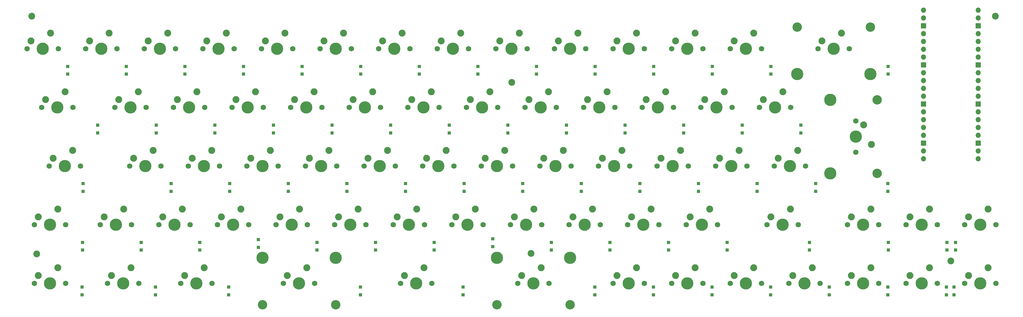
<source format=gbr>
G04 #@! TF.GenerationSoftware,KiCad,Pcbnew,(5.1.9)-1*
G04 #@! TF.CreationDate,2021-05-27T03:15:51+01:00*
G04 #@! TF.ProjectId,EnvKB65,456e764b-4236-4352-9e6b-696361645f70,rev?*
G04 #@! TF.SameCoordinates,Original*
G04 #@! TF.FileFunction,Soldermask,Bot*
G04 #@! TF.FilePolarity,Negative*
%FSLAX46Y46*%
G04 Gerber Fmt 4.6, Leading zero omitted, Abs format (unit mm)*
G04 Created by KiCad (PCBNEW (5.1.9)-1) date 2021-05-27 03:15:51*
%MOMM*%
%LPD*%
G01*
G04 APERTURE LIST*
%ADD10R,1.000000X1.000000*%
%ADD11C,2.200000*%
%ADD12O,1.700000X1.700000*%
%ADD13R,1.700000X1.700000*%
%ADD14C,2.250000*%
%ADD15C,3.987800*%
%ADD16C,1.750000*%
%ADD17C,3.048000*%
G04 APERTURE END LIST*
D10*
X368750000Y-188959120D03*
X368750000Y-191459120D03*
X366334200Y-188959120D03*
X366334200Y-191459120D03*
X347284200Y-188959120D03*
X347284200Y-191459120D03*
X328234200Y-188959120D03*
X328234200Y-191459120D03*
X309184200Y-188959120D03*
X309184200Y-191459120D03*
X290134200Y-188959120D03*
X290134200Y-191459120D03*
X271084200Y-188959120D03*
X271084200Y-191459120D03*
X252034200Y-188959120D03*
X252034200Y-191459120D03*
X209171700Y-188959120D03*
X209171700Y-191459120D03*
X175834200Y-188959120D03*
X175834200Y-191459120D03*
X132971700Y-188959120D03*
X132971700Y-191459120D03*
X109159200Y-188959120D03*
X109159200Y-191459120D03*
X85346700Y-188959120D03*
X85346700Y-191459120D03*
X369250000Y-174434120D03*
X369250000Y-176934120D03*
X366484200Y-174434120D03*
X366484200Y-176934120D03*
X347434200Y-174434120D03*
X347434200Y-176934120D03*
X321784200Y-174434120D03*
X321784200Y-176934120D03*
X295046700Y-174434120D03*
X295046700Y-176934120D03*
X275996700Y-174434120D03*
X275996700Y-176934120D03*
X256946700Y-174434120D03*
X256946700Y-176934120D03*
X237896700Y-174434120D03*
X237896700Y-176934120D03*
X218846700Y-173300000D03*
X218846700Y-175800000D03*
X199796700Y-174434120D03*
X199796700Y-176934120D03*
X180746700Y-174434120D03*
X180746700Y-176934120D03*
X161696700Y-174434120D03*
X161696700Y-176934120D03*
X142646700Y-173525000D03*
X142646700Y-176025000D03*
X123596700Y-174434120D03*
X123596700Y-176934120D03*
X104546700Y-174434120D03*
X104546700Y-176934120D03*
X85496700Y-174434120D03*
X85496700Y-176934120D03*
X323771700Y-155359120D03*
X323771700Y-157859120D03*
X304721700Y-155359120D03*
X304721700Y-157859120D03*
X285671700Y-155359120D03*
X285671700Y-157859120D03*
X266621700Y-155359120D03*
X266621700Y-157859120D03*
X247571700Y-155359120D03*
X247571700Y-157859120D03*
X228521700Y-155359120D03*
X228521700Y-157859120D03*
X209471700Y-155359120D03*
X209471700Y-157859120D03*
X190421700Y-155359120D03*
X190421700Y-157859120D03*
X171371700Y-155359120D03*
X171371700Y-157859120D03*
X152321700Y-155359120D03*
X152321700Y-157859120D03*
X133271700Y-155359120D03*
X133271700Y-157859120D03*
X114221700Y-155359120D03*
X114221700Y-157859120D03*
X85646700Y-155359120D03*
X85646700Y-157859120D03*
X347234200Y-155334120D03*
X347234200Y-157834120D03*
X318959200Y-136384120D03*
X318959200Y-138884120D03*
X299909200Y-136384120D03*
X299909200Y-138884120D03*
X280859200Y-136384120D03*
X280859200Y-138884120D03*
X261809200Y-136384120D03*
X261809200Y-138884120D03*
X242759200Y-136384120D03*
X242759200Y-138884120D03*
X223709200Y-136384120D03*
X223709200Y-138884120D03*
X204659200Y-136384120D03*
X204659200Y-138884120D03*
X185609200Y-136384120D03*
X185609200Y-138884120D03*
X166559200Y-136384120D03*
X166559200Y-138884120D03*
X147509200Y-136384120D03*
X147509200Y-138884120D03*
X128459200Y-136384120D03*
X128459200Y-138884120D03*
X109409200Y-136384120D03*
X109409200Y-138884120D03*
X90359200Y-136384120D03*
X90359200Y-138884120D03*
X347384200Y-117284120D03*
X347384200Y-119784120D03*
X309284200Y-117284120D03*
X309284200Y-119784120D03*
X290234200Y-117284120D03*
X290234200Y-119784120D03*
X271184200Y-117284120D03*
X271184200Y-119784120D03*
X252134200Y-117284120D03*
X252134200Y-119784120D03*
X233084200Y-117284120D03*
X233084200Y-119784120D03*
X214034200Y-117284120D03*
X214034200Y-119784120D03*
X194984200Y-117284120D03*
X194984200Y-119784120D03*
X175934200Y-117284120D03*
X175934200Y-119784120D03*
X156884200Y-117284120D03*
X156884200Y-119784120D03*
X137834200Y-117284120D03*
X137834200Y-119784120D03*
X118784200Y-117284120D03*
X118784200Y-119784120D03*
X99734200Y-117284120D03*
X99734200Y-119784120D03*
X80684200Y-117284120D03*
X80684200Y-119784120D03*
D11*
X231250000Y-178000000D03*
X225000000Y-122500000D03*
X367750000Y-180500000D03*
X70600000Y-178200000D03*
X69000000Y-101000000D03*
X382200000Y-101000000D03*
D12*
X376670000Y-99020000D03*
X376670000Y-101560000D03*
D13*
X376670000Y-104100000D03*
D12*
X376670000Y-106640000D03*
X376670000Y-109180000D03*
X376670000Y-111720000D03*
X376670000Y-114260000D03*
D13*
X376670000Y-116800000D03*
D12*
X376670000Y-119340000D03*
X376670000Y-121880000D03*
X376670000Y-124420000D03*
X376670000Y-126960000D03*
D13*
X376670000Y-129500000D03*
D12*
X376670000Y-132040000D03*
X376670000Y-134580000D03*
X376670000Y-137120000D03*
X376670000Y-139660000D03*
D13*
X376670000Y-142200000D03*
D12*
X376670000Y-144740000D03*
X376670000Y-147280000D03*
X358890000Y-147280000D03*
X358890000Y-144740000D03*
D13*
X358890000Y-142200000D03*
D12*
X358890000Y-139660000D03*
X358890000Y-137120000D03*
X358890000Y-134580000D03*
X358890000Y-132040000D03*
D13*
X358890000Y-129500000D03*
D12*
X358890000Y-126960000D03*
X358890000Y-124420000D03*
X358890000Y-121880000D03*
X358890000Y-119340000D03*
D13*
X358890000Y-116800000D03*
D12*
X358890000Y-114260000D03*
X358890000Y-111720000D03*
X358890000Y-109180000D03*
X358890000Y-106640000D03*
D13*
X358890000Y-104100000D03*
D12*
X358890000Y-101560000D03*
X358890000Y-99020000D03*
D14*
X341914200Y-142624120D03*
D15*
X336834200Y-140084120D03*
D14*
X339374200Y-136274120D03*
D16*
X336834200Y-135004120D03*
X336834200Y-145164120D03*
D17*
X343819200Y-152022120D03*
X343819200Y-128146120D03*
D15*
X328579200Y-152022120D03*
X328579200Y-128146120D03*
D16*
X199032950Y-187709120D03*
X188872950Y-187709120D03*
D14*
X190142950Y-185169120D03*
D15*
X193952950Y-187709120D03*
D14*
X196492950Y-182629120D03*
D15*
X243959200Y-179454120D03*
X220146700Y-179454120D03*
D17*
X243959200Y-194694120D03*
X220146700Y-194694120D03*
D16*
X237132950Y-187709120D03*
X226972950Y-187709120D03*
D14*
X228242950Y-185169120D03*
D15*
X232052950Y-187709120D03*
D14*
X234592950Y-182629120D03*
D16*
X363339200Y-187709120D03*
X353179200Y-187709120D03*
D14*
X354449200Y-185169120D03*
D15*
X358259200Y-187709120D03*
D14*
X360799200Y-182629120D03*
D16*
X268089200Y-187709120D03*
X257929200Y-187709120D03*
D14*
X259199200Y-185169120D03*
D15*
X263009200Y-187709120D03*
D14*
X265549200Y-182629120D03*
D16*
X84764200Y-149609120D03*
X74604200Y-149609120D03*
D14*
X75874200Y-147069120D03*
D15*
X79684200Y-149609120D03*
D14*
X82224200Y-144529120D03*
D15*
X167759200Y-179454120D03*
X143946700Y-179454120D03*
D17*
X167759200Y-194694120D03*
X143946700Y-194694120D03*
D16*
X160932950Y-187709120D03*
X150772950Y-187709120D03*
D14*
X152042950Y-185169120D03*
D15*
X155852950Y-187709120D03*
D14*
X158392950Y-182629120D03*
D16*
X318114200Y-168659120D03*
X307954200Y-168659120D03*
D14*
X309224200Y-166119120D03*
D15*
X313034200Y-168659120D03*
D14*
X315574200Y-163579120D03*
D16*
X382389200Y-187709120D03*
X372229200Y-187709120D03*
D14*
X373499200Y-185169120D03*
D15*
X377309200Y-187709120D03*
D14*
X379849200Y-182629120D03*
D16*
X344289200Y-187709120D03*
X334129200Y-187709120D03*
D14*
X335399200Y-185169120D03*
D15*
X339209200Y-187709120D03*
D14*
X341749200Y-182629120D03*
D16*
X325239200Y-187709120D03*
X315079200Y-187709120D03*
D14*
X316349200Y-185169120D03*
D15*
X320159200Y-187709120D03*
D14*
X322699200Y-182629120D03*
D16*
X306189200Y-187709120D03*
X296029200Y-187709120D03*
D14*
X297299200Y-185169120D03*
D15*
X301109200Y-187709120D03*
D14*
X303649200Y-182629120D03*
D16*
X287139200Y-187709120D03*
X276979200Y-187709120D03*
D14*
X278249200Y-185169120D03*
D15*
X282059200Y-187709120D03*
D14*
X284599200Y-182629120D03*
D16*
X127595450Y-187709120D03*
X117435450Y-187709120D03*
D14*
X118705450Y-185169120D03*
D15*
X122515450Y-187709120D03*
D14*
X125055450Y-182629120D03*
D16*
X103782950Y-187709120D03*
X93622950Y-187709120D03*
D14*
X94892950Y-185169120D03*
D15*
X98702950Y-187709120D03*
D14*
X101242950Y-182629120D03*
D16*
X79970450Y-187709120D03*
X69810450Y-187709120D03*
D14*
X71080450Y-185169120D03*
D15*
X74890450Y-187709120D03*
D14*
X77430450Y-182629120D03*
D16*
X382389200Y-168659120D03*
X372229200Y-168659120D03*
D14*
X373499200Y-166119120D03*
D15*
X377309200Y-168659120D03*
D14*
X379849200Y-163579120D03*
D16*
X363339200Y-168659120D03*
X353179200Y-168659120D03*
D14*
X354449200Y-166119120D03*
D15*
X358259200Y-168659120D03*
D14*
X360799200Y-163579120D03*
D16*
X344289200Y-168659120D03*
X334129200Y-168659120D03*
D14*
X335399200Y-166119120D03*
D15*
X339209200Y-168659120D03*
D14*
X341749200Y-163579120D03*
D16*
X291901700Y-168659120D03*
X281741700Y-168659120D03*
D14*
X283011700Y-166119120D03*
D15*
X286821700Y-168659120D03*
D14*
X289361700Y-163579120D03*
D16*
X272851700Y-168659120D03*
X262691700Y-168659120D03*
D14*
X263961700Y-166119120D03*
D15*
X267771700Y-168659120D03*
D14*
X270311700Y-163579120D03*
D16*
X253801700Y-168659120D03*
X243641700Y-168659120D03*
D14*
X244911700Y-166119120D03*
D15*
X248721700Y-168659120D03*
D14*
X251261700Y-163579120D03*
D16*
X234751700Y-168659120D03*
X224591700Y-168659120D03*
D14*
X225861700Y-166119120D03*
D15*
X229671700Y-168659120D03*
D14*
X232211700Y-163579120D03*
D16*
X215701700Y-168659120D03*
X205541700Y-168659120D03*
D14*
X206811700Y-166119120D03*
D15*
X210621700Y-168659120D03*
D14*
X213161700Y-163579120D03*
D16*
X196651700Y-168659120D03*
X186491700Y-168659120D03*
D14*
X187761700Y-166119120D03*
D15*
X191571700Y-168659120D03*
D14*
X194111700Y-163579120D03*
D16*
X177601700Y-168659120D03*
X167441700Y-168659120D03*
D14*
X168711700Y-166119120D03*
D15*
X172521700Y-168659120D03*
D14*
X175061700Y-163579120D03*
D16*
X158551700Y-168659120D03*
X148391700Y-168659120D03*
D14*
X149661700Y-166119120D03*
D15*
X153471700Y-168659120D03*
D14*
X156011700Y-163579120D03*
D16*
X139501700Y-168659120D03*
X129341700Y-168659120D03*
D14*
X130611700Y-166119120D03*
D15*
X134421700Y-168659120D03*
D14*
X136961700Y-163579120D03*
D16*
X120451700Y-168659120D03*
X110291700Y-168659120D03*
D14*
X111561700Y-166119120D03*
D15*
X115371700Y-168659120D03*
D14*
X117911700Y-163579120D03*
D16*
X101401700Y-168659120D03*
X91241700Y-168659120D03*
D14*
X92511700Y-166119120D03*
D15*
X96321700Y-168659120D03*
D14*
X98861700Y-163579120D03*
D16*
X79970450Y-168659120D03*
X69810450Y-168659120D03*
D14*
X71080450Y-166119120D03*
D15*
X74890450Y-168659120D03*
D14*
X77430450Y-163579120D03*
D16*
X320476700Y-149609120D03*
X310316700Y-149609120D03*
D14*
X311586700Y-147069120D03*
D15*
X315396700Y-149609120D03*
D14*
X317936700Y-144529120D03*
D16*
X301426700Y-149609120D03*
X291266700Y-149609120D03*
D14*
X292536700Y-147069120D03*
D15*
X296346700Y-149609120D03*
D14*
X298886700Y-144529120D03*
D16*
X282376700Y-149609120D03*
X272216700Y-149609120D03*
D14*
X273486700Y-147069120D03*
D15*
X277296700Y-149609120D03*
D14*
X279836700Y-144529120D03*
D16*
X263326700Y-149609120D03*
X253166700Y-149609120D03*
D14*
X254436700Y-147069120D03*
D15*
X258246700Y-149609120D03*
D14*
X260786700Y-144529120D03*
D16*
X244276700Y-149609120D03*
X234116700Y-149609120D03*
D14*
X235386700Y-147069120D03*
D15*
X239196700Y-149609120D03*
D14*
X241736700Y-144529120D03*
D16*
X225226700Y-149609120D03*
X215066700Y-149609120D03*
D14*
X216336700Y-147069120D03*
D15*
X220146700Y-149609120D03*
D14*
X222686700Y-144529120D03*
D16*
X206176700Y-149609120D03*
X196016700Y-149609120D03*
D14*
X197286700Y-147069120D03*
D15*
X201096700Y-149609120D03*
D14*
X203636700Y-144529120D03*
D16*
X187126700Y-149609120D03*
X176966700Y-149609120D03*
D14*
X178236700Y-147069120D03*
D15*
X182046700Y-149609120D03*
D14*
X184586700Y-144529120D03*
D16*
X168076700Y-149609120D03*
X157916700Y-149609120D03*
D14*
X159186700Y-147069120D03*
D15*
X162996700Y-149609120D03*
D14*
X165536700Y-144529120D03*
D16*
X149026700Y-149609120D03*
X138866700Y-149609120D03*
D14*
X140136700Y-147069120D03*
D15*
X143946700Y-149609120D03*
D14*
X146486700Y-144529120D03*
D16*
X129976700Y-149609120D03*
X119816700Y-149609120D03*
D14*
X121086700Y-147069120D03*
D15*
X124896700Y-149609120D03*
D14*
X127436700Y-144529120D03*
D16*
X110926700Y-149609120D03*
X100766700Y-149609120D03*
D14*
X102036700Y-147069120D03*
D15*
X105846700Y-149609120D03*
D14*
X108386700Y-144529120D03*
D16*
X315714200Y-130559120D03*
X305554200Y-130559120D03*
D14*
X306824200Y-128019120D03*
D15*
X310634200Y-130559120D03*
D14*
X313174200Y-125479120D03*
D16*
X296664200Y-130559120D03*
X286504200Y-130559120D03*
D14*
X287774200Y-128019120D03*
D15*
X291584200Y-130559120D03*
D14*
X294124200Y-125479120D03*
D16*
X277614200Y-130559120D03*
X267454200Y-130559120D03*
D14*
X268724200Y-128019120D03*
D15*
X272534200Y-130559120D03*
D14*
X275074200Y-125479120D03*
D16*
X258564200Y-130559120D03*
X248404200Y-130559120D03*
D14*
X249674200Y-128019120D03*
D15*
X253484200Y-130559120D03*
D14*
X256024200Y-125479120D03*
D16*
X239514200Y-130559120D03*
X229354200Y-130559120D03*
D14*
X230624200Y-128019120D03*
D15*
X234434200Y-130559120D03*
D14*
X236974200Y-125479120D03*
D16*
X220464200Y-130559120D03*
X210304200Y-130559120D03*
D14*
X211574200Y-128019120D03*
D15*
X215384200Y-130559120D03*
D14*
X217924200Y-125479120D03*
D16*
X201414200Y-130559120D03*
X191254200Y-130559120D03*
D14*
X192524200Y-128019120D03*
D15*
X196334200Y-130559120D03*
D14*
X198874200Y-125479120D03*
D16*
X182364200Y-130559120D03*
X172204200Y-130559120D03*
D14*
X173474200Y-128019120D03*
D15*
X177284200Y-130559120D03*
D14*
X179824200Y-125479120D03*
D16*
X163314200Y-130559120D03*
X153154200Y-130559120D03*
D14*
X154424200Y-128019120D03*
D15*
X158234200Y-130559120D03*
D14*
X160774200Y-125479120D03*
D16*
X144264200Y-130559120D03*
X134104200Y-130559120D03*
D14*
X135374200Y-128019120D03*
D15*
X139184200Y-130559120D03*
D14*
X141724200Y-125479120D03*
D16*
X125214200Y-130559120D03*
X115054200Y-130559120D03*
D14*
X116324200Y-128019120D03*
D15*
X120134200Y-130559120D03*
D14*
X122674200Y-125479120D03*
D16*
X106164200Y-130559120D03*
X96004200Y-130559120D03*
D14*
X97274200Y-128019120D03*
D15*
X101084200Y-130559120D03*
D14*
X103624200Y-125479120D03*
D16*
X82351700Y-130559120D03*
X72191700Y-130559120D03*
D14*
X73461700Y-128019120D03*
D15*
X77271700Y-130559120D03*
D14*
X79811700Y-125479120D03*
D15*
X341590450Y-119764120D03*
X317777950Y-119764120D03*
D17*
X341590450Y-104524120D03*
X317777950Y-104524120D03*
D16*
X334764200Y-111509120D03*
X324604200Y-111509120D03*
D14*
X325874200Y-108969120D03*
D15*
X329684200Y-111509120D03*
D14*
X332224200Y-106429120D03*
D16*
X306189200Y-111509120D03*
X296029200Y-111509120D03*
D14*
X297299200Y-108969120D03*
D15*
X301109200Y-111509120D03*
D14*
X303649200Y-106429120D03*
D16*
X287139200Y-111509120D03*
X276979200Y-111509120D03*
D14*
X278249200Y-108969120D03*
D15*
X282059200Y-111509120D03*
D14*
X284599200Y-106429120D03*
D16*
X268089200Y-111509120D03*
X257929200Y-111509120D03*
D14*
X259199200Y-108969120D03*
D15*
X263009200Y-111509120D03*
D14*
X265549200Y-106429120D03*
D16*
X249039200Y-111509120D03*
X238879200Y-111509120D03*
D14*
X240149200Y-108969120D03*
D15*
X243959200Y-111509120D03*
D14*
X246499200Y-106429120D03*
D16*
X229989200Y-111509120D03*
X219829200Y-111509120D03*
D14*
X221099200Y-108969120D03*
D15*
X224909200Y-111509120D03*
D14*
X227449200Y-106429120D03*
D16*
X210939200Y-111509120D03*
X200779200Y-111509120D03*
D14*
X202049200Y-108969120D03*
D15*
X205859200Y-111509120D03*
D14*
X208399200Y-106429120D03*
D16*
X191889200Y-111509120D03*
X181729200Y-111509120D03*
D14*
X182999200Y-108969120D03*
D15*
X186809200Y-111509120D03*
D14*
X189349200Y-106429120D03*
D16*
X172839200Y-111509120D03*
X162679200Y-111509120D03*
D14*
X163949200Y-108969120D03*
D15*
X167759200Y-111509120D03*
D14*
X170299200Y-106429120D03*
D16*
X153789200Y-111509120D03*
X143629200Y-111509120D03*
D14*
X144899200Y-108969120D03*
D15*
X148709200Y-111509120D03*
D14*
X151249200Y-106429120D03*
D16*
X134739200Y-111509120D03*
X124579200Y-111509120D03*
D14*
X125849200Y-108969120D03*
D15*
X129659200Y-111509120D03*
D14*
X132199200Y-106429120D03*
D16*
X115689200Y-111509120D03*
X105529200Y-111509120D03*
D14*
X106799200Y-108969120D03*
D15*
X110609200Y-111509120D03*
D14*
X113149200Y-106429120D03*
D16*
X96639200Y-111509120D03*
X86479200Y-111509120D03*
D14*
X87749200Y-108969120D03*
D15*
X91559200Y-111509120D03*
D14*
X94099200Y-106429120D03*
D16*
X77589200Y-111509120D03*
X67429200Y-111509120D03*
D14*
X68699200Y-108969120D03*
D15*
X72509200Y-111509120D03*
D14*
X75049200Y-106429120D03*
M02*

</source>
